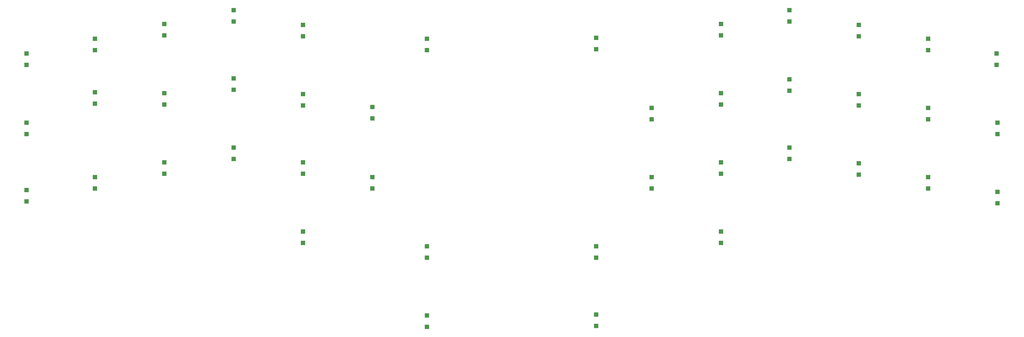
<source format=gtp>
G04 #@! TF.GenerationSoftware,KiCad,Pcbnew,5.1.2*
G04 #@! TF.CreationDate,2019-06-08T15:08:02+02:00*
G04 #@! TF.ProjectId,pcb,7063622e-6b69-4636-9164-5f7063625858,rev?*
G04 #@! TF.SameCoordinates,Original*
G04 #@! TF.FileFunction,Paste,Top*
G04 #@! TF.FilePolarity,Positive*
%FSLAX46Y46*%
G04 Gerber Fmt 4.6, Leading zero omitted, Abs format (unit mm)*
G04 Created by KiCad (PCBNEW 5.1.2) date 2019-06-08 15:08:02*
%MOMM*%
%LPD*%
G04 APERTURE LIST*
%ADD10R,1.200000X1.200000*%
G04 APERTURE END LIST*
D10*
X294386000Y-76505000D03*
X294386000Y-73355000D03*
X275590000Y-72441000D03*
X275590000Y-69291000D03*
X256540000Y-68631000D03*
X256540000Y-65481000D03*
X237490000Y-64567000D03*
X237490000Y-61417000D03*
X218694000Y-68377000D03*
X218694000Y-65227000D03*
X184404000Y-72187000D03*
X184404000Y-69037000D03*
X137922000Y-72441000D03*
X137922000Y-69291000D03*
X103886000Y-68631000D03*
X103886000Y-65481000D03*
X84836000Y-64567000D03*
X84836000Y-61417000D03*
X65786000Y-68377000D03*
X65786000Y-65227000D03*
X294640000Y-95555000D03*
X294640000Y-92405000D03*
X275590000Y-91491000D03*
X275590000Y-88341000D03*
X256540000Y-87681000D03*
X256540000Y-84531000D03*
X237490000Y-83617000D03*
X237490000Y-80467000D03*
X218694000Y-87427000D03*
X218694000Y-84277000D03*
X199644000Y-91491000D03*
X199644000Y-88341000D03*
X122936000Y-91237000D03*
X122936000Y-88087000D03*
X103886000Y-87681000D03*
X103886000Y-84531000D03*
X84836000Y-83363000D03*
X84836000Y-80213000D03*
X65786000Y-87427000D03*
X65786000Y-84277000D03*
X294640000Y-114605000D03*
X294640000Y-111455000D03*
X275590000Y-110541000D03*
X275590000Y-107391000D03*
X256540000Y-106731000D03*
X256540000Y-103581000D03*
X237490000Y-102413000D03*
X237490000Y-99263000D03*
X218694000Y-106477000D03*
X218694000Y-103327000D03*
X199644000Y-110541000D03*
X199644000Y-107391000D03*
X122936000Y-110541000D03*
X122936000Y-107391000D03*
X103886000Y-106477000D03*
X103886000Y-103327000D03*
X84836000Y-102413000D03*
X84836000Y-99263000D03*
X65786000Y-106477000D03*
X65786000Y-103327000D03*
X218694000Y-125527000D03*
X218694000Y-122377000D03*
X184404000Y-129591000D03*
X184404000Y-126441000D03*
X184404000Y-148387000D03*
X184404000Y-145237000D03*
X137922000Y-148641000D03*
X137922000Y-145491000D03*
X137922000Y-129591000D03*
X137922000Y-126441000D03*
X103886000Y-125527000D03*
X103886000Y-122377000D03*
X46736000Y-72441000D03*
X46736000Y-69291000D03*
X27940000Y-76505000D03*
X27940000Y-73355000D03*
X46736000Y-87173000D03*
X46736000Y-84023000D03*
X27940000Y-95555000D03*
X27940000Y-92405000D03*
X46736000Y-110541000D03*
X46736000Y-107391000D03*
X27940000Y-114097000D03*
X27940000Y-110947000D03*
M02*

</source>
